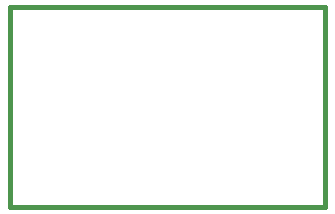
<source format=gbr>
G04 (created by PCBNEW-RS274X (2012-apr-16-27)-stable) date Sun 19 Jan 2014 08:01:09 PM CET*
G01*
G70*
G90*
%MOIN*%
G04 Gerber Fmt 3.4, Leading zero omitted, Abs format*
%FSLAX34Y34*%
G04 APERTURE LIST*
%ADD10C,0.006000*%
%ADD11C,0.015000*%
G04 APERTURE END LIST*
G54D10*
G54D11*
X33650Y-25000D02*
X33650Y-25050D01*
X23150Y-25000D02*
X33650Y-25000D01*
X23150Y-31650D02*
X23150Y-25000D01*
X33650Y-31650D02*
X23150Y-31650D01*
X33650Y-31600D02*
X33650Y-31650D01*
X33650Y-25050D02*
X33650Y-31600D01*
M02*

</source>
